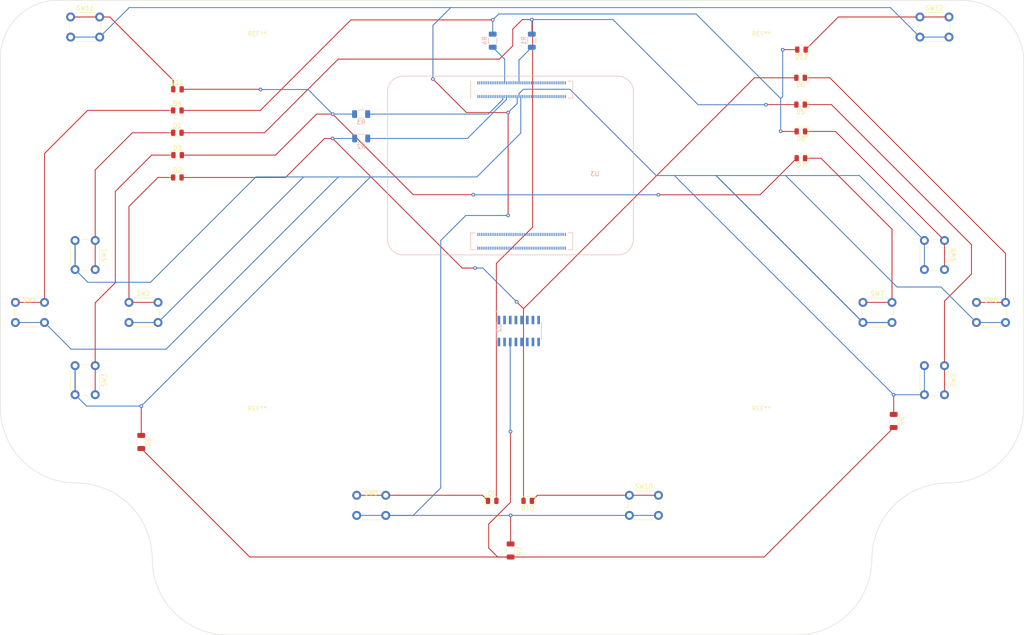
<source format=kicad_pcb>
(kicad_pcb (version 20210925) (generator pcbnew)
  (layers (0 "F.Cu" signal) (31 "B.Cu" signal) (34 "B.Paste" user) (35 "F.Paste" user) (36 "B.SilkS" user "B.Silkscreen") (37 "F.SilkS" user "F.Silkscreen") (38 "B.Mask" user) (39 "F.Mask" user) (44 "Edge.Cuts" user))
  (net 0 "")
  (net 1 "Net-(D1-Pad1)")
  (net 2 "Net-(D1-Pad2)")
  (net 3 "Net-(D2-Pad1)")
  (net 4 "Net-(D3-Pad1)")
  (net 5 "Net-(D4-Pad1)")
  (net 6 "Net-(D5-Pad1)")
  (net 7 "Net-(D6-Pad1)")
  (net 8 "Net-(D7-Pad1)")
  (net 9 "Net-(D8-Pad1)")
  (net 10 "Net-(D9-Pad1)")
  (net 11 "Net-(D10-Pad1)")
  (net 12 "Net-(D11-Pad1)")
  (net 13 "Net-(D12-Pad1)")
  (net 14 "GND")
  (net 15 "Net-(R1-Pad2)")
  (net 16 "Net-(J1-Pad1)")
  (net 17 "Net-(U1-Pad19)")
  (net 18 "Net-(U1-Pad21)")
  (net 19 "Net-(U1-Pad23)")
  (net 20 "Net-(U1-Pad24)")
  (net 21 "Net-(R2-Pad2)")
  (net 22 "Net-(R3-Pad2)")
  (net 23 "Net-(R4-Pad2)")
  (net 24 "Net-(J3-Pad2)")
  (net 25 "Net-(J1-Pad2)")
  (net 26 "Net-(J4-Pad2)")
  (net 27 "Net-(J2-Pad2)")
  (net 32 "Net-(D10-Pad2)")
  (net 33 "Net-(D11-Pad2)")
  (net 34 "Net-(D12-Pad2)")
  (net 35 "Net-(R5-Pad1)")
  (net 36 "Net-(R6-Pad1)")
  (net 37 "Net-(R7-Pad1)")
  (footprint "Diode_SMD:D_0805_2012Metric" (layer "F.Cu") (at 61.65 53.925)
    (fp_text reference "D11")
    (fp_text value "DIODE")
  )
  (footprint "Button_Switch_THT:SW_PUSH_6mm_H7.3mm" (layer "F.Cu") (at 37.75 37.75)
    (fp_text reference "SW11")
    (fp_text value "SW_Push")
  )
  (footprint "Button_Switch_THT:SW_PUSH_6mm_H7.3mm" (layer "F.Cu") (at 233.25 87.75 -90)
    (fp_text reference "SW8")
    (fp_text value "SW_Push")
  )
  (footprint "Resistor_SMD:R_1206_3216Metric" (layer "F.Cu") (at 53.55 132.825 -90)
    (fp_text reference "R5")
    (fp_text value "10k")
  )
  (footprint "MountingHole:MountingHole_2.2mm_M2" (layer "F.Cu") (at 192.275 128.575)
    (fp_text reference "REF**")
    (fp_text value "MountingHole_2.2mm_M2")
  )
  (footprint "Button_Switch_THT:SW_PUSH_6mm_H7.3mm" (layer "F.Cu") (at 233.25 115.75 -90)
    (fp_text reference "SW5")
    (fp_text value "SW_Push")
  )
  (footprint "MountingHole:MountingHole_2.2mm_M2" (layer "F.Cu") (at 79.5 44.75)
    (fp_text reference "REF**")
    (fp_text value "MountingHole_2.2mm_M2")
  )
  (footprint "Diode_SMD:D_0805_2012Metric" (layer "F.Cu") (at 201.1125 69.35 180)
    (fp_text reference "D7")
    (fp_text value "DIODE")
  )
  (footprint "Diode_SMD:D_0805_2012Metric" (layer "F.Cu") (at 140 146 180)
    (fp_text reference "D10")
    (fp_text value "DIODE")
  )
  (footprint "Diode_SMD:D_0805_2012Metric" (layer "F.Cu") (at 201.05 57.35 180)
    (fp_text reference "D5")
    (fp_text value "DIODE")
  )
  (footprint "Button_Switch_THT:SW_PUSH_6mm_H7.3mm" (layer "F.Cu") (at 50.8 101.6)
    (fp_text reference "SW2")
    (fp_text value "SW_Push")
  )
  (footprint "Diode_SMD:D_0805_2012Metric" (layer "F.Cu") (at 201.25 45.05 180)
    (fp_text reference "D12")
    (fp_text value "DIODE")
  )
  (footprint "Diode_SMD:D_0805_2012Metric" (layer "F.Cu") (at 132.0625 146)
    (fp_text reference "D9")
    (fp_text value "DIODE")
  )
  (footprint "Resistor_SMD:R_1206_3216Metric" (layer "F.Cu") (at 221.875 128.125 -90)
    (fp_text reference "R6")
    (fp_text value "10k")
  )
  (footprint "Resistor_SMD:R_1206_3216Metric" (layer "F.Cu") (at 136.175 157.1 -90)
    (fp_text reference "R7")
    (fp_text value "10k")
  )
  (footprint "Button_Switch_THT:SW_PUSH_6mm_H7.3mm" (layer "F.Cu") (at 43.25 115.75 -90)
    (fp_text reference "SW3")
    (fp_text value "SW_Push")
  )
  (footprint "Diode_SMD:D_0805_2012Metric" (layer "F.Cu") (at 201.05 51.35 180)
    (fp_text reference "D6")
    (fp_text value "DIODE")
  )
  (footprint "MountingHole:MountingHole_2.2mm_M2" (layer "F.Cu") (at 79.5 128.575)
    (fp_text reference "REF**")
    (fp_text value "MountingHole_2.2mm_M2")
  )
  (footprint "Diode_SMD:D_0805_2012Metric" (layer "F.Cu") (at 201.1125 63.35 180)
    (fp_text reference "D8")
    (fp_text value "DIODE")
  )
  (footprint "Button_Switch_THT:SW_PUSH_6mm_H7.3mm" (layer "F.Cu") (at 43.25 87.75 -90)
    (fp_text reference "SW1")
    (fp_text value "SW_Push")
  )
  (footprint "Button_Switch_THT:SW_PUSH_6mm_H7.3mm" (layer "F.Cu") (at 25.4 101.6)
    (fp_text reference "SW4")
    (fp_text value "SW_Push")
  )
  (footprint "Diode_SMD:D_0805_2012Metric" (layer "F.Cu") (at 61.625 63.65)
    (fp_text reference "D1")
    (fp_text value "DIODE")
  )
  (footprint "Button_Switch_THT:SW_PUSH_6mm_H7.3mm" (layer "F.Cu") (at 101.75 144.75)
    (fp_text reference "SW9")
    (fp_text value "SW_Push")
  )
  (footprint "Button_Switch_THT:SW_PUSH_6mm_H7.3mm" (layer "F.Cu") (at 215 101.6)
    (fp_text reference "SW7")
    (fp_text value "SW_Push")
  )
  (footprint "Button_Switch_THT:SW_PUSH_6mm_H7.3mm" (layer "F.Cu") (at 227.75 37.75)
    (fp_text reference "SW12")
    (fp_text value "SW_Push")
  )
  (footprint "Diode_SMD:D_0805_2012Metric" (layer "F.Cu") (at 61.625 58.65)
    (fp_text reference "D4")
    (fp_text value "DIODE")
  )
  (footprint "Button_Switch_THT:SW_PUSH_6mm_H7.3mm" (layer "F.Cu") (at 162.75 144.75)
    (fp_text reference "SW10")
    (fp_text value "SW_Push")
  )
  (footprint "MountingHole:MountingHole_2.2mm_M2" (layer "F.Cu") (at 192.275 44.75)
    (fp_text reference "REF**")
    (fp_text value "MountingHole_2.2mm_M2")
  )
  (footprint "Button_Switch_THT:SW_PUSH_6mm_H7.3mm" (layer "F.Cu") (at 240.4 101.6)
    (fp_text reference "SW6")
    (fp_text value "SW_Push")
  )
  (footprint "Diode_SMD:D_0805_2012Metric" (layer "F.Cu") (at 61.625 73.65)
    (fp_text reference "D2")
    (fp_text value "DIODE")
  )
  (footprint "Diode_SMD:D_0805_2012Metric" (layer "F.Cu") (at 61.6875 68.65)
    (fp_text reference "D3")
    (fp_text value "DIODE")
  )
  (footprint "Resistor_SMD:R_1206_3216Metric" (layer "B.Cu") (at 102.75 64.925)
    (fp_text reference "R2")
    (fp_text value "470")
  )
  (footprint "MCP3008:SOIC127P600X175-16N" (layer "B.Cu") (at 138 108 -90)
    (fp_text reference "U2")
    (fp_text value "MCP3008")
  )
  (footprint "Resistor_SMD:R_1206_3216Metric" (layer "B.Cu") (at 102.7375 59.475)
    (fp_text reference "R3")
    (fp_text value "470")
  )
  (footprint "Resistor_SMD:R_1206_3216Metric" (layer "B.Cu") (at 140.925 43.05 -90)
    (fp_text reference "R1")
    (fp_text value "470")
  )
  (footprint "Resistor_SMD:R_1206_3216Metric" (layer "B.Cu") (at 132.175 43.05 -90)
    (fp_text reference "R4")
    (fp_text value "470")
  )
  (footprint "CM4IO:Raspberry-Pi-4-Compute-Module" (layer "B.Cu") (at 160.15 54.475 -90)
    (fp_text reference "U3")
    (fp_text value "cm4conn")
  )
  (gr_arc (start 73 159) (end 56 159) (angle -90) (layer "Edge.Cuts") (width 0.1))
  (gr_line (start 237 34) (end 163 34) (layer "Edge.Cuts") (width 0.1))
  (gr_line (start 35 34) (end 163 34) (layer "Edge.Cuts") (width 0.1))
  (gr_arc (start 39 159) (end 39 142) (angle 90) (layer "Edge.Cuts") (width 0.1))
  (gr_line (start 200 176) (end 73 176) (layer "Edge.Cuts") (width 0.1))
  (gr_line (start 251 49) (end 251 125) (layer "Edge.Cuts") (width 0.1))
  (gr_arc (start 39 125) (end 22 125) (angle -90) (layer "Edge.Cuts") (width 0.1))
  (gr_arc (start 200 159) (end 217 159) (angle 90) (layer "Edge.Cuts") (width 0.1))
  (gr_line (start 22 125) (end 22 50) (layer "Edge.Cuts") (width 0.1))
  (gr_line (start 251 49) (end 251 48) (layer "Edge.Cuts") (width 0.1))
  (gr_line (start 22 50) (end 22 47) (layer "Edge.Cuts") (width 0.1))
  (gr_arc (start 234 125) (end 251 125) (angle 90) (layer "Edge.Cuts") (width 0.1))
  (gr_arc (start 35 47) (end 35 34) (angle -90) (layer "Edge.Cuts") (width 0.1))
  (gr_arc (start 234 159) (end 234 142) (angle -90) (layer "Edge.Cuts") (width 0.1))
  (gr_arc (start 237 48) (end 237 34) (angle 90) (layer "Edge.Cuts") (width 0.1))
  (segment (start 43.25 71.95) (end 51.55 63.65) (width 0.2) (layer "F.Cu") (net 1))
  (segment (start 43.25 94.25) (end 43.25 87.75) (width 0.2) (layer "F.Cu") (net 1))
  (segment (start 51.55 63.65) (end 60.6875 63.65) (width 0.2) (layer "F.Cu") (net 1))
  (segment (start 43.25 87.75) (end 43.25 71.95) (width 0.2) (layer "F.Cu") (net 1))
  (segment (start 133 146) (end 133 92.875) (width 0.2) (layer "F.Cu") (net 2))
  (segment (start 133.675 47.175) (end 136.65 44.2) (width 0.2) (layer "F.Cu") (net 2))
  (segment (start 133 92.875) (end 141.1 84.775) (width 0.2) (layer "F.Cu") (net 2))
  (segment (start 97.6 47.175) (end 133.025 47.175) (width 0.2) (layer "F.Cu") (net 2))
  (segment (start 81.125 63.65) (end 97.6 47.175) (width 0.2) (layer "F.Cu") (net 2))
  (segment (start 136.65 40.475) (end 138.8 38.325) (width 0.2) (layer "F.Cu") (net 2))
  (segment (start 133.025 47.175) (end 133.675 47.175) (width 0.2) (layer "F.Cu") (net 2))
  (segment (start 133 47.2) (end 133.025 47.175) (width 0.2) (layer "F.Cu") (net 2))
  (segment (start 80.7 63.65) (end 81.125 63.65) (width 0.2) (layer "F.Cu") (net 2))
  (segment (start 136.65 44.2) (end 136.65 40.475) (width 0.2) (layer "F.Cu") (net 2))
  (segment (start 141.1 84.775) (end 141.1 38.5) (width 0.2) (layer "F.Cu") (net 2))
  (segment (start 193.325 57.35) (end 193.3 57.375) (width 0.2) (layer "F.Cu") (net 2))
  (segment (start 62.5625 63.65) (end 80.7 63.65) (width 0.2) (layer "F.Cu") (net 2))
  (segment (start 200.1125 57.35) (end 193.325 57.35) (width 0.2) (layer "F.Cu") (net 2))
  (segment (start 141.1 38.5) (end 140.925 38.325) (width 0.2) (layer "F.Cu") (net 2))
  (segment (start 138.8 38.325) (end 140.925 38.325) (width 0.2) (layer "F.Cu") (net 2))
  (via (at 193.3 57.375) (size 0.8) (drill 0.4) (layers "F.Cu" "B.Cu") (net 2))
  (via (at 140.925 38.325) (size 0.8) (drill 0.4) (layers "F.Cu" "B.Cu") (net 2))
  (segment (start 178.125 57.375) (end 159.075 38.325) (width 0.2) (layer "B.Cu") (net 2))
  (segment (start 193.3 57.375) (end 178.125 57.375) (width 0.2) (layer "B.Cu") (net 2))
  (segment (start 159.075 38.325) (end 140.925 38.325) (width 0.2) (layer "B.Cu") (net 2))
  (segment (start 140.925 38.325) (end 140.925 41.5875) (width 0.2) (layer "B.Cu") (net 2))
  (segment (start 50.8 80.125) (end 57.275 73.65) (width 0.2) (layer "F.Cu") (net 3))
  (segment (start 57.275 73.65) (end 60.6875 73.65) (width 0.2) (layer "F.Cu") (net 3))
  (segment (start 50.8 101.6) (end 50.8 80.125) (width 0.2) (layer "F.Cu") (net 3))
  (segment (start 57.3 101.6) (end 50.8 101.6) (width 0.2) (layer "F.Cu") (net 3))
  (segment (start 43.25 122.25) (end 43.25 115.75) (width 0.2) (layer "F.Cu") (net 4))
  (segment (start 55.875 68.65) (end 60.75 68.65) (width 0.2) (layer "F.Cu") (net 4))
  (segment (start 43.25 101.7) (end 47.75 97.2) (width 0.2) (layer "F.Cu") (net 4))
  (segment (start 47.75 76.775) (end 55.875 68.65) (width 0.2) (layer "F.Cu") (net 4))
  (segment (start 43.25 115.75) (end 43.25 101.7) (width 0.2) (layer "F.Cu") (net 4))
  (segment (start 47.75 97.2) (end 47.75 76.775) (width 0.2) (layer "F.Cu") (net 4))
  (segment (start 25.4 101.6) (end 31.9 101.6) (width 0.2) (layer "F.Cu") (net 5))
  (segment (start 31.9 68.3) (end 41.55 58.65) (width 0.2) (layer "F.Cu") (net 5))
  (segment (start 31.9 101.6) (end 31.9 68.3) (width 0.2) (layer "F.Cu") (net 5))
  (segment (start 41.55 58.65) (end 60.6875 58.65) (width 0.2) (layer "F.Cu") (net 5))
  (segment (start 207.95 57.35) (end 201.9875 57.35) (width 0.2) (layer "F.Cu") (net 6))
  (segment (start 239.275 88.675) (end 207.95 57.35) (width 0.2) (layer "F.Cu") (net 6))
  (segment (start 233.25 101.3) (end 239.275 95.275) (width 0.2) (layer "F.Cu") (net 6))
  (segment (start 233.25 115.75) (end 233.25 101.3) (width 0.2) (layer "F.Cu") (net 6))
  (segment (start 233.25 115.75) (end 233.25 122.25) (width 0.2) (layer "F.Cu") (net 6))
  (segment (start 239.275 95.275) (end 239.275 88.675) (width 0.2) (layer "F.Cu") (net 6))
  (segment (start 240.4 101.6) (end 246.9 101.6) (width 0.2) (layer "F.Cu") (net 7))
  (segment (start 202.3875 50.95) (end 201.9875 51.35) (width 0.2) (layer "F.Cu") (net 7))
  (segment (start 207.6 51.35) (end 201.9875 51.35) (width 0.2) (layer "F.Cu") (net 7))
  (segment (start 246.9 101.6) (end 246.9 90.65) (width 0.2) (layer "F.Cu") (net 7))
  (segment (start 246.9 90.65) (end 207.6 51.35) (width 0.2) (layer "F.Cu") (net 7))
  (segment (start 205.625 69.35) (end 202.05 69.35) (width 0.2) (layer "F.Cu") (net 8))
  (segment (start 221.5 101.6) (end 215 101.6) (width 0.2) (layer "F.Cu") (net 8))
  (segment (start 221.5 101.6) (end 221.5 85.225) (width 0.2) (layer "F.Cu") (net 8))
  (segment (start 221.5 85.225) (end 205.625 69.35) (width 0.2) (layer "F.Cu") (net 8))
  (segment (start 233.25 94.25) (end 233.25 87.75) (width 0.2) (layer "F.Cu") (net 9))
  (segment (start 233.25 87.75) (end 208.85 63.35) (width 0.2) (layer "F.Cu") (net 9))
  (segment (start 208.85 63.35) (end 202.05 63.35) (width 0.2) (layer "F.Cu") (net 9))
  (segment (start 101.75 144.75) (end 108.25 144.75) (width 0.2) (layer "F.Cu") (net 10))
  (segment (start 129.875 144.75) (end 131.125 146) (width 0.2) (layer "F.Cu") (net 10))
  (segment (start 108.25 144.75) (end 129.875 144.75) (width 0.2) (layer "F.Cu") (net 10))
  (segment (start 169.25 144.75) (end 162.75 144.75) (width 0.2) (layer "F.Cu") (net 11))
  (segment (start 142.1875 144.75) (end 140.9375 146) (width 0.2) (layer "F.Cu") (net 11))
  (segment (start 162.75 144.75) (end 142.1875 144.75) (width 0.2) (layer "F.Cu") (net 11))
  (segment (start 44.25 37.75) (end 46.525 37.75) (width 0.2) (layer "F.Cu") (net 12))
  (segment (start 60.7125 51.9375) (end 60.7125 53.925) (width 0.2) (layer "F.Cu") (net 12))
  (segment (start 46.525 37.75) (end 60.7125 51.9375) (width 0.2) (layer "F.Cu") (net 12))
  (segment (start 37.75 37.75) (end 44.25 37.75) (width 0.2) (layer "F.Cu") (net 12))
  (segment (start 209.4875 37.75) (end 202.1875 45.05) (width 0.2) (layer "F.Cu") (net 13))
  (segment (start 227.75 37.75) (end 209.4875 37.75) (width 0.2) (layer "F.Cu") (net 13))
  (segment (start 227.75 37.75) (end 234.25 37.75) (width 0.2) (layer "F.Cu") (net 13))
  (segment (start 221.875 129.5875) (end 192.9 158.5625) (width 0.2) (layer "F.Cu") (net 14))
  (segment (start 192.9 158.5625) (end 136.175 158.5625) (width 0.2) (layer "F.Cu") (net 14))
  (segment (start 136.175 158.5625) (end 77.825 158.5625) (width 0.2) (layer "F.Cu") (net 14))
  (segment (start 131.35 156.625) (end 131.275 156.55) (width 0.2) (layer "F.Cu") (net 14))
  (segment (start 131.275 156.55) (end 131.275 151.2) (width 0.2) (layer "F.Cu") (net 14))
  (segment (start 133.2875 158.5625) (end 131.35 156.625) (width 0.2) (layer "F.Cu") (net 14))
  (segment (start 136.15 146.325) (end 136.15 130.5) (width 0.2) (layer "F.Cu") (net 14))
  (segment (start 131.275 151.2) (end 136.15 146.325) (width 0.2) (layer "F.Cu") (net 14))
  (segment (start 136.175 158.5625) (end 133.2875 158.5625) (width 0.2) (layer "F.Cu") (net 14))
  (segment (start 77.825 158.5625) (end 53.55 134.2875) (width 0.2) (layer "F.Cu") (net 14))
  (via (at 136.15 130.5) (size 0.8) (drill 0.4) (layers "F.Cu" "B.Cu") (net 14))
  (segment (start 136.15 130.5) (end 136.095 130.445) (width 0.2) (layer "B.Cu") (net 14))
  (segment (start 136.095 130.445) (end 136.095 110.455) (width 0.2) (layer "B.Cu") (net 14))
  (segment (start 138.05 52.475) (end 138.05 47.3875) (width 0.2) (layer "B.Cu") (net 15))
  (segment (start 138.05 47.3875) (end 140.925 44.5125) (width 0.2) (layer "B.Cu") (net 15))
  (segment (start 126.525 64.925) (end 135.25 56.2) (width 0.2) (layer "B.Cu") (net 21))
  (segment (start 104.2125 64.925) (end 126.525 64.925) (width 0.2) (layer "B.Cu") (net 21))
  (segment (start 135.25 56.2) (end 135.25 55.555) (width 0.2) (layer "B.Cu") (net 21))
  (segment (start 104.2 59.475) (end 131.179022 59.475) (width 0.2) (layer "B.Cu") (net 22))
  (segment (start 134.45 56.204022) (end 134.45 55.555) (width 0.2) (layer "B.Cu") (net 22))
  (segment (start 131.179022 59.475) (end 134.45 56.204022) (width 0.2) (layer "B.Cu") (net 22))
  (segment (start 134.85 47.1875) (end 132.175 44.5125) (width 0.2) (layer "B.Cu") (net 23))
  (segment (start 134.85 52.475) (end 134.85 47.1875) (width 0.2) (layer "B.Cu") (net 23))
  (segment (start 190.725 51.35) (end 139.0625 103.0125) (width 0.2) (layer "F.Cu") (net 32))
  (segment (start 200.1125 51.35) (end 190.725 51.35) (width 0.2) (layer "F.Cu") (net 32))
  (segment (start 94.55 64.925) (end 96.35 64.925) (width 0.2) (layer "F.Cu") (net 32))
  (segment (start 125.35 93.925) (end 96.35 64.925) (width 0.2) (layer "F.Cu") (net 32))
  (segment (start 93.95 65.525) (end 94.55 64.925) (width 0.2) (layer "F.Cu") (net 32))
  (segment (start 139.0625 146) (end 139.0625 103.0125) (width 0.2) (layer "F.Cu") (net 32))
  (segment (start 85.825 73.65) (end 93.95 65.525) (width 0.2) (layer "F.Cu") (net 32))
  (segment (start 139.0625 103.0125) (end 137.525 101.475) (width 0.2) (layer "F.Cu") (net 32))
  (segment (start 62.5625 73.65) (end 85.825 73.65) (width 0.2) (layer "F.Cu") (net 32))
  (segment (start 128.225 93.925) (end 125.35 93.925) (width 0.2) (layer "F.Cu") (net 32))
  (via (at 96.35 64.925) (size 0.8) (drill 0.4) (layers "F.Cu" "B.Cu") (net 32))
  (via (at 137.525 101.475) (size 0.8) (drill 0.4) (layers "F.Cu" "B.Cu") (net 32))
  (via (at 128.225 93.925) (size 0.8) (drill 0.4) (layers "F.Cu" "B.Cu") (net 32))
  (segment (start 137.525 101.475) (end 129.975 93.925) (width 0.2) (layer "B.Cu") (net 32))
  (segment (start 96.35 64.925) (end 101.2875 64.925) (width 0.2) (layer "B.Cu") (net 32))
  (segment (start 129.975 93.925) (end 128.225 93.925) (width 0.2) (layer "B.Cu") (net 32))
  (segment (start 62.5875 53.925) (end 80.175 53.925) (width 0.2) (layer "F.Cu") (net 33))
  (segment (start 114.4 77.5) (end 96.375 59.475) (width 0.2) (layer "F.Cu") (net 33))
  (segment (start 80.175 53.925) (end 80.225 53.975) (width 0.2) (layer "F.Cu") (net 33))
  (segment (start 83.6 68.65) (end 92.7 59.55) (width 0.2) (layer "F.Cu") (net 33))
  (segment (start 83.575 68.65) (end 83.6 68.65) (width 0.2) (layer "F.Cu") (net 33))
  (segment (start 62.625 68.65) (end 83.575 68.65) (width 0.2) (layer "F.Cu") (net 33))
  (segment (start 200.175 69.35) (end 192.55 76.975) (width 0.2) (layer "F.Cu") (net 33))
  (segment (start 192.55 76.975) (end 192 77.525) (width 0.2) (layer "F.Cu") (net 33))
  (segment (start 92.7 59.55) (end 92.775 59.475) (width 0.2) (layer "F.Cu") (net 33))
  (segment (start 127.825 77.5) (end 114.4 77.5) (width 0.2) (layer "F.Cu") (net 33))
  (segment (start 92.775 59.475) (end 96.375 59.475) (width 0.2) (layer "F.Cu") (net 33))
  (segment (start 192 77.525) (end 169.225 77.525) (width 0.2) (layer "F.Cu") (net 33))
  (via (at 96.375 59.475) (size 0.8) (drill 0.4) (layers "F.Cu" "B.Cu") (net 33))
  (via (at 127.825 77.5) (size 0.8) (drill 0.4) (layers "F.Cu" "B.Cu") (net 33))
  (via (at 80.225 53.975) (size 0.8) (drill 0.4) (layers "F.Cu" "B.Cu") (net 33))
  (via (at 169.225 77.525) (size 0.8) (drill 0.4) (layers "F.Cu" "B.Cu") (net 33))
  (segment (start 80.225 53.975) (end 90.875 53.975) (width 0.2) (layer "B.Cu") (net 33))
  (segment (start 96.375 59.475) (end 101.275 59.475) (width 0.2) (layer "B.Cu") (net 33))
  (segment (start 127.85 77.525) (end 127.825 77.5) (width 0.2) (layer "B.Cu") (net 33))
  (segment (start 169.225 77.525) (end 127.85 77.525) (width 0.2) (layer "B.Cu") (net 33))
  (segment (start 90.875 53.975) (end 96.375 59.475) (width 0.2) (layer "B.Cu") (net 33))
  (segment (start 200.3125 45.05) (end 197.075 45.05) (width 0.2) (layer "F.Cu") (net 34))
  (segment (start 132.2 38.4) (end 100.45 38.4) (width 0.2) (layer "F.Cu") (net 34))
  (segment (start 196.65 63.35) (end 196.6 63.3) (width 0.2) (layer "F.Cu") (net 34))
  (segment (start 200.175 63.35) (end 196.65 63.35) (width 0.2) (layer "F.Cu") (net 34))
  (segment (start 197.075 45.05) (end 197.05 45.075) (width 0.2) (layer "F.Cu") (net 34))
  (segment (start 80.2 58.65) (end 62.5625 58.65) (width 0.2) (layer "F.Cu") (net 34))
  (segment (start 100.45 38.4) (end 80.2 58.65) (width 0.2) (layer "F.Cu") (net 34))
  (via (at 196.6 63.3) (size 0.8) (drill 0.4) (layers "F.Cu" "B.Cu") (net 34))
  (via (at 132.2 38.4) (size 0.8) (drill 0.4) (layers "F.Cu" "B.Cu") (net 34))
  (via (at 197.05 45.075) (size 0.8) (drill 0.4) (layers "F.Cu" "B.Cu") (net 34))
  (segment (start 132.175 38.425) (end 132.2 38.4) (width 0.2) (layer "B.Cu") (net 34))
  (segment (start 196.6 56) (end 177.675 37.075) (width 0.2) (layer "B.Cu") (net 34))
  (segment (start 197.05 55.55) (end 196.6 56) (width 0.2) (layer "B.Cu") (net 34))
  (segment (start 197.05 45.075) (end 197.05 55.55) (width 0.2) (layer "B.Cu") (net 34))
  (segment (start 177.675 37.075) (end 133.525 37.075) (width 0.2) (layer "B.Cu") (net 34))
  (segment (start 196.6 63.3) (end 196.6 56) (width 0.2) (layer "B.Cu") (net 34))
  (segment (start 132.175 41.5875) (end 132.175 38.425) (width 0.2) (layer "B.Cu") (net 34))
  (segment (start 133.525 37.075) (end 132.2 38.4) (width 0.2) (layer "B.Cu") (net 34))
  (segment (start 53.55 131.3625) (end 53.55 124.8) (width 0.2) (layer "F.Cu") (net 35))
  (via (at 53.55 124.8) (size 0.8) (drill 0.4) (layers "F.Cu" "B.Cu") (net 35))
  (segment (start 38.75 115.75) (end 38.75 122.25) (width 0.25) (layer "B.Cu") (net 35))
  (segment (start 31.9 106.1) (end 25.4 106.1) (width 0.2) (layer "B.Cu") (net 35))
  (segment (start 41.6 97.1) (end 38.75 94.25) (width 0.2) (layer "B.Cu") (net 35))
  (segment (start 138.45 63.725) (end 128.65 73.525) (width 0.2) (layer "B.Cu") (net 35))
  (segment (start 128.65 73.525) (end 104.825 73.525) (width 0.2) (layer "B.Cu") (net 35))
  (segment (start 138.45 55.555) (end 138.45 63.725) (width 0.2) (layer "B.Cu") (net 35))
  (segment (start 57.3 106.1) (end 89.875 73.525) (width 0.2) (layer "B.Cu") (net 35))
  (segment (start 79.2 73.525) (end 55.625 97.1) (width 0.2) (layer "B.Cu") (net 35))
  (segment (start 38.75 122.25) (end 41.3 124.8) (width 0.2) (layer "B.Cu") (net 35))
  (segment (start 38.75 87.75) (end 38.75 94.25) (width 0.25) (layer "B.Cu") (net 35))
  (segment (start 55.625 97.1) (end 41.6 97.1) (width 0.2) (layer "B.Cu") (net 35))
  (segment (start 37.875 112.075) (end 59.1 112.075) (width 0.2) (layer "B.Cu") (net 35))
  (segment (start 50.8 106.1) (end 57.3 106.1) (width 0.2) (layer "B.Cu") (net 35))
  (segment (start 104.825 73.525) (end 97.65 73.525) (width 0.2) (layer "B.Cu") (net 35))
  (segment (start 31.9 106.1) (end 37.875 112.075) (width 0.2) (layer "B.Cu") (net 35))
  (segment (start 41.3 124.8) (end 53.55 124.8) (width 0.2) (layer "B.Cu") (net 35))
  (segment (start 89.875 73.525) (end 79.2 73.525) (width 0.2) (layer "B.Cu") (net 35))
  (segment (start 97.65 73.525) (end 89.875 73.525) (width 0.2) (layer "B.Cu") (net 35))
  (segment (start 53.55 124.8) (end 104.825 73.525) (width 0.2) (layer "B.Cu") (net 35))
  (segment (start 59.1 112.075) (end 97.65 73.525) (width 0.2) (layer "B.Cu") (net 35))
  (segment (start 221.875 122.275) (end 221.85 122.25) (width 0.2) (layer "F.Cu") (net 36))
  (segment (start 221.875 126.6625) (end 221.875 122.275) (width 0.2) (layer "F.Cu") (net 36))
  (via (at 221.85 122.25) (size 0.8) (drill 0.4) (layers "F.Cu" "B.Cu") (net 36))
  (segment (start 232.45 98.15) (end 222.625 98.15) (width 0.2) (layer "B.Cu") (net 36))
  (segment (start 228.75 122.25) (end 228.75 115.75) (width 0.2) (layer "B.Cu") (net 36))
  (segment (start 138.05 54.905978) (end 139.030978 53.925) (width 0.2) (layer "B.Cu") (net 36))
  (segment (start 240.4 106.1) (end 246.9 106.1) (width 0.2) (layer "B.Cu") (net 36))
  (segment (start 228.75 122.25) (end 221.85 122.25) (width 0.2) (layer "B.Cu") (net 36))
  (segment (start 197.7 73.225) (end 214.225 73.225) (width 0.2) (layer "B.Cu") (net 36))
  (segment (start 215 106.1) (end 182.125 73.225) (width 0.25) (layer "B.Cu") (net 36))
  (segment (start 139.030978 53.925) (end 149.45 53.925) (width 0.2) (layer "B.Cu") (net 36))
  (segment (start 240.4 106.1) (end 232.45 98.15) (width 0.2) (layer "B.Cu") (net 36))
  (segment (start 214.225 73.225) (end 228.75 87.75) (width 0.2) (layer "B.Cu") (net 36))
  (segment (start 221.85 122.25) (end 172.825 73.225) (width 0.2) (layer "B.Cu") (net 36))
  (segment (start 182.125 73.225) (end 197.7 73.225) (width 0.2) (layer "B.Cu") (net 36))
  (segment (start 149.45 53.925) (end 168.75 73.225) (width 0.2) (layer "B.Cu") (net 36))
  (segment (start 172.825 73.225) (end 182.125 73.225) (width 0.2) (layer "B.Cu") (net 36))
  (segment (start 222.625 98.15) (end 197.7 73.225) (width 0.2) (layer "B.Cu") (net 36))
  (segment (start 221.5 106.1) (end 215 106.1) (width 0.25) (layer "B.Cu") (net 36))
  (segment (start 228.75 87.75) (end 228.75 94.25) (width 0.2) (layer "B.Cu") (net 36))
  (segment (start 168.75 73.225) (end 172.825 73.225) (width 0.2) (layer "B.Cu") (net 36))
  (segment (start 138.05 55.555) (end 138.05 54.905978) (width 0.2) (layer "B.Cu") (net 36))
  (segment (start 135.625 59.125) (end 135.625 82.15) (width 0.2) (layer "F.Cu") (net 37))
  (segment (start 135.625 59.125) (end 126.3 59.125) (width 0.2) (layer "F.Cu") (net 37))
  (segment (start 126.3 59.125) (end 118.95 51.775) (width 0.2) (layer "F.Cu") (net 37))
  (segment (start 136.175 155.6375) (end 136.175 149.25) (width 0.2) (layer "F.Cu") (net 37))
  (segment (start 118.95 51.775) (end 118.8 51.625) (width 0.2) (layer "F.Cu") (net 37))
  (via (at 136.175 149.25) (size 0.8) (drill 0.4) (layers "F.Cu" "B.Cu") (net 37))
  (via (at 118.8 51.625) (size 0.8) (drill 0.4) (layers "F.Cu" "B.Cu") (net 37))
  (via (at 135.625 82.15) (size 0.8) (drill 0.4) (layers "F.Cu" "B.Cu") (net 37))
  (via (at 135.625 59.125) (size 0.8) (drill 0.4) (layers "F.Cu" "B.Cu") (net 37))
  (segment (start 162.75 149.25) (end 136.175 149.25) (width 0.2) (layer "B.Cu") (net 37))
  (segment (start 126.15 82.15) (end 120.55 87.75) (width 0.2) (layer "B.Cu") (net 37))
  (segment (start 114.4 149.25) (end 108.25 149.25) (width 0.2) (layer "B.Cu") (net 37))
  (segment (start 221.15 35.65) (end 122.775 35.65) (width 0.2) (layer "B.Cu") (net 37))
  (segment (start 122.775 35.65) (end 50.85 35.65) (width 0.2) (layer "B.Cu") (net 37))
  (segment (start 227.75 42.25) (end 221.15 35.65) (width 0.2) (layer "B.Cu") (net 37))
  (segment (start 120.55 87.75) (end 120.55 143.1) (width 0.2) (layer "B.Cu") (net 37))
  (segment (start 169.25 149.25) (end 162.75 149.25) (width 0.2) (layer "B.Cu") (net 37))
  (segment (start 120.55 143.1) (end 114.4 149.25) (width 0.2) (layer "B.Cu") (net 37))
  (segment (start 37.75 42.25) (end 44.25 42.25) (width 0.2) (layer "B.Cu") (net 37))
  (segment (start 137.65 57.1) (end 135.625 59.125) (width 0.2) (layer "B.Cu") (net 37))
  (segment (start 50.85 35.65) (end 44.25 42.25) (width 0.2) (layer "B.Cu") (net 37))
  (segment (start 118.8 39.625) (end 122.775 35.65) (width 0.2) (layer "B.Cu") (net 37))
  (segment (start 101.75 149.25) (end 108.25 149.25) (width 0.2) (layer "B.Cu") (net 37))
  (segment (start 137.65 55.555) (end 137.65 57.1) (width 0.2) (layer "B.Cu") (net 37))
  (segment (start 136.175 149.25) (end 108.25 149.25) (width 0.2) (layer "B.Cu") (net 37))
  (segment (start 118.8 51.625) (end 118.8 39.625) (width 0.2) (layer "B.Cu") (net 37))
  (segment (start 135.625 82.15) (end 126.15 82.15) (width 0.2) (layer "B.Cu") (net 37))
  (segment (start 234.25 42.25) (end 227.75 42.25) (width 0.2) (layer "B.Cu") (net 37))
)
</source>
